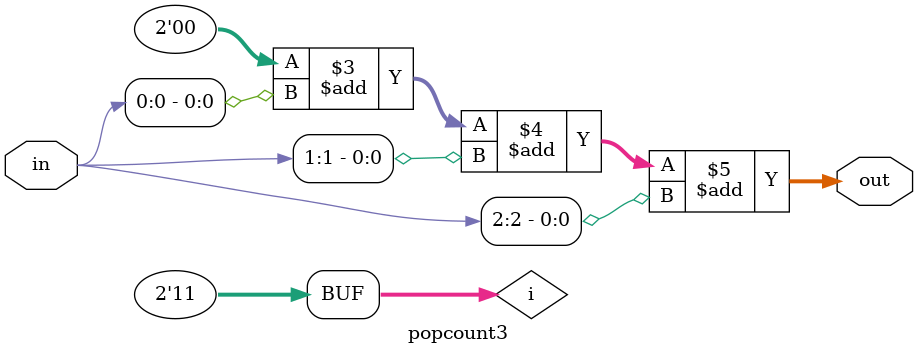
<source format=v>
module popcount3( 
    input [2:0] in,
    output [1:0] out );
	
    reg [1:0]i;
    
    always@(*)begin
        out = 0;
        for(i=0;i<3;i=i+1)begin
            out = out + in[i];
        end
    end
    
endmodule

</source>
